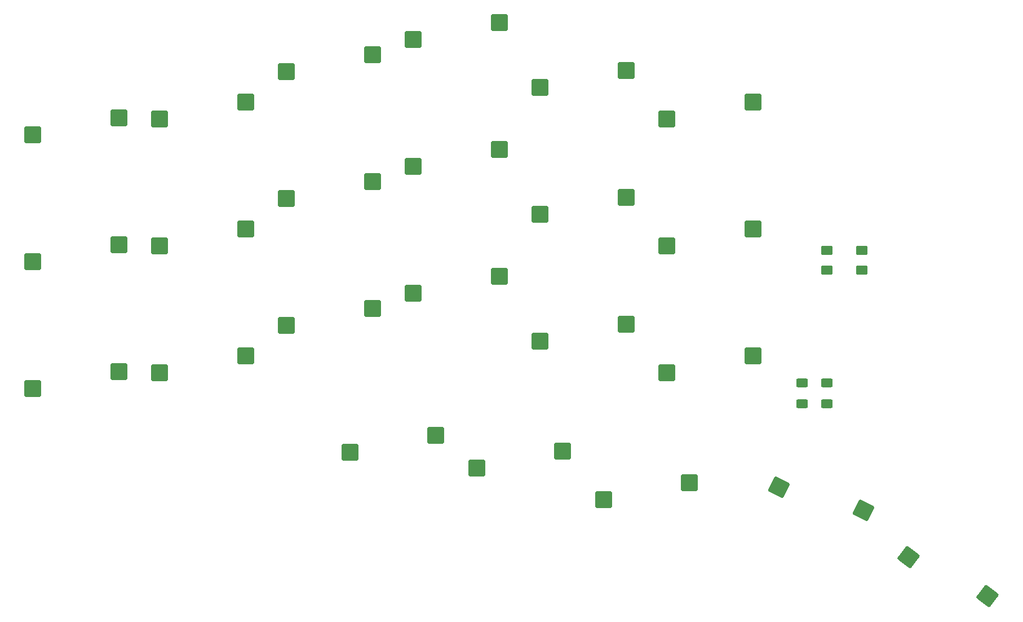
<source format=gbr>
%TF.GenerationSoftware,KiCad,Pcbnew,9.0.2*%
%TF.CreationDate,2025-07-01T22:27:43-10:00*%
%TF.ProjectId,jug,6a75672e-6b69-4636-9164-5f7063625858,rev?*%
%TF.SameCoordinates,Original*%
%TF.FileFunction,Paste,Bot*%
%TF.FilePolarity,Positive*%
%FSLAX46Y46*%
G04 Gerber Fmt 4.6, Leading zero omitted, Abs format (unit mm)*
G04 Created by KiCad (PCBNEW 9.0.2) date 2025-07-01 22:27:43*
%MOMM*%
%LPD*%
G01*
G04 APERTURE LIST*
G04 Aperture macros list*
%AMRoundRect*
0 Rectangle with rounded corners*
0 $1 Rounding radius*
0 $2 $3 $4 $5 $6 $7 $8 $9 X,Y pos of 4 corners*
0 Add a 4 corners polygon primitive as box body*
4,1,4,$2,$3,$4,$5,$6,$7,$8,$9,$2,$3,0*
0 Add four circle primitives for the rounded corners*
1,1,$1+$1,$2,$3*
1,1,$1+$1,$4,$5*
1,1,$1+$1,$6,$7*
1,1,$1+$1,$8,$9*
0 Add four rect primitives between the rounded corners*
20,1,$1+$1,$2,$3,$4,$5,0*
20,1,$1+$1,$4,$5,$6,$7,0*
20,1,$1+$1,$6,$7,$8,$9,0*
20,1,$1+$1,$8,$9,$2,$3,0*%
G04 Aperture macros list end*
%ADD10RoundRect,0.250000X-1.025000X-1.000000X1.025000X-1.000000X1.025000X1.000000X-1.025000X1.000000X0*%
%ADD11RoundRect,0.250000X-1.363506X-0.437582X0.471110X-1.352287X1.363506X0.437582X-0.471110X1.352287X0*%
%ADD12RoundRect,0.250000X-1.421196X-0.175576X0.210608X-1.416428X1.421196X0.175576X-0.210608X1.416428X0*%
%ADD13RoundRect,0.250001X0.624999X-0.462499X0.624999X0.462499X-0.624999X0.462499X-0.624999X-0.462499X0*%
%ADD14RoundRect,0.250000X-0.625000X0.400000X-0.625000X-0.400000X0.625000X-0.400000X0.625000X0.400000X0*%
G04 APERTURE END LIST*
D10*
%TO.C,S21*%
X152304591Y-132179598D03*
X165231591Y-129639598D03*
%TD*%
%TO.C,S10*%
X123728991Y-82172299D03*
X136655991Y-79632299D03*
%TD*%
%TO.C,S11*%
X142779392Y-89316198D03*
X155706392Y-86776198D03*
%TD*%
%TO.C,S17*%
X142779392Y-108366598D03*
X155706392Y-105826598D03*
%TD*%
%TO.C,S19*%
X114203791Y-125035698D03*
X127130791Y-122495698D03*
%TD*%
%TO.C,S3*%
X104678591Y-67884498D03*
X117605591Y-65344498D03*
%TD*%
%TO.C,S1*%
X66577792Y-77409696D03*
X79504792Y-74869696D03*
%TD*%
%TO.C,S8*%
X85628192Y-94078799D03*
X98555192Y-91538799D03*
%TD*%
%TO.C,S5*%
X142779393Y-70265798D03*
X155706393Y-67725798D03*
%TD*%
%TO.C,S6*%
X161829792Y-75028398D03*
X174756792Y-72488398D03*
%TD*%
%TO.C,S18*%
X161829792Y-113129198D03*
X174756792Y-110589198D03*
%TD*%
%TO.C,S20*%
X133254192Y-127416998D03*
X146181192Y-124876998D03*
%TD*%
%TO.C,S13*%
X66577792Y-115510498D03*
X79504792Y-112970498D03*
%TD*%
%TO.C,S9*%
X104678592Y-86934898D03*
X117605592Y-84394898D03*
%TD*%
D11*
%TO.C,S22*%
X178629124Y-130283153D03*
X191331283Y-133778019D03*
%TD*%
D10*
%TO.C,S2*%
X85628191Y-75028397D03*
X98555191Y-72488397D03*
%TD*%
%TO.C,S4*%
X123728993Y-63121899D03*
X136655993Y-60581899D03*
%TD*%
%TO.C,S14*%
X85628193Y-113129199D03*
X98555193Y-110589199D03*
%TD*%
%TO.C,S7*%
X66577791Y-96460098D03*
X79504791Y-93920098D03*
%TD*%
%TO.C,S15*%
X104678591Y-105985297D03*
X117605591Y-103445297D03*
%TD*%
D12*
%TO.C,S23*%
X198134165Y-140857243D03*
X209961529Y-146660033D03*
%TD*%
D10*
%TO.C,S12*%
X161829792Y-94078798D03*
X174756792Y-91538798D03*
%TD*%
%TO.C,S16*%
X123728992Y-101222699D03*
X136655992Y-98682699D03*
%TD*%
D13*
%TO.C,D26*%
X191114393Y-97732298D03*
X191114393Y-94757298D03*
%TD*%
D14*
%TO.C,R3*%
X182114393Y-114694797D03*
X182114393Y-117794799D03*
%TD*%
%TO.C,R1*%
X185864393Y-114694797D03*
X185864393Y-117794799D03*
%TD*%
D13*
%TO.C,D24*%
X185864393Y-97732298D03*
X185864393Y-94757298D03*
%TD*%
M02*

</source>
